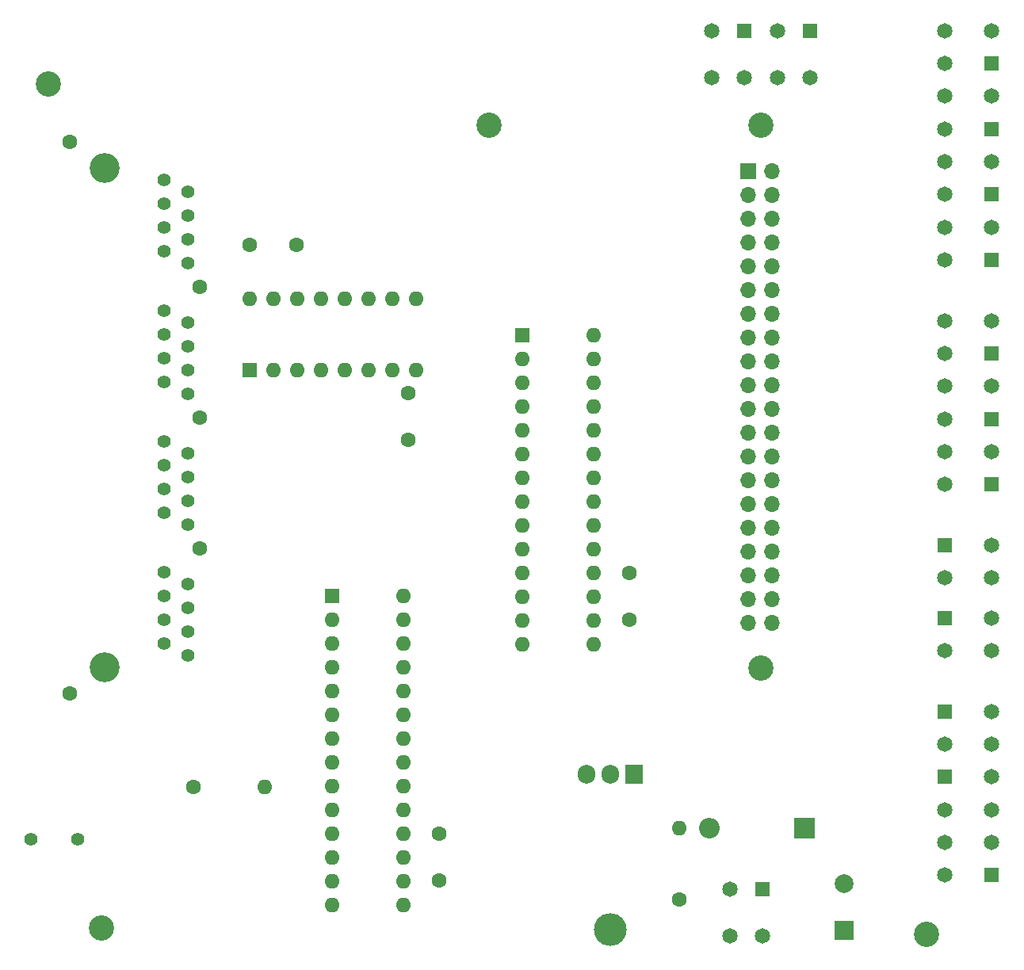
<source format=gbr>
%TF.GenerationSoftware,KiCad,Pcbnew,7.0.2-0*%
%TF.CreationDate,2023-05-02T13:55:30-04:00*%
%TF.ProjectId,SATS,53415453-2e6b-4696-9361-645f70636258,rev?*%
%TF.SameCoordinates,Original*%
%TF.FileFunction,Soldermask,Bot*%
%TF.FilePolarity,Negative*%
%FSLAX46Y46*%
G04 Gerber Fmt 4.6, Leading zero omitted, Abs format (unit mm)*
G04 Created by KiCad (PCBNEW 7.0.2-0) date 2023-05-02 13:55:30*
%MOMM*%
%LPD*%
G01*
G04 APERTURE LIST*
%ADD10C,2.700000*%
%ADD11R,1.650000X1.650000*%
%ADD12C,1.650000*%
%ADD13R,1.600000X1.600000*%
%ADD14O,1.600000X1.600000*%
%ADD15C,1.600200*%
%ADD16C,3.200400*%
%ADD17C,1.397000*%
%ADD18C,1.600000*%
%ADD19R,2.000000X2.000000*%
%ADD20C,2.000000*%
%ADD21C,1.400000*%
%ADD22R,2.200000X2.200000*%
%ADD23O,2.200000X2.200000*%
%ADD24O,3.500000X3.500000*%
%ADD25R,1.905000X2.000000*%
%ADD26O,1.905000X2.000000*%
%ADD27R,1.700000X1.700000*%
%ADD28O,1.700000X1.700000*%
G04 APERTURE END LIST*
D10*
%TO.C,H6*%
X53949600Y-54000400D03*
%TD*%
D11*
%TO.C,J14*%
X154700000Y-138500000D03*
D12*
X154700000Y-135000000D03*
X149700000Y-135000000D03*
X149700000Y-138500000D03*
%TD*%
%TO.C,SW2*%
X149750000Y-86250000D03*
X154750000Y-86250000D03*
X149750000Y-89750000D03*
D11*
X154750000Y-89750000D03*
%TD*%
D13*
%TO.C,U2*%
X84328000Y-108632000D03*
D14*
X84328000Y-111172000D03*
X84328000Y-113712000D03*
X84328000Y-116252000D03*
X84328000Y-118792000D03*
X84328000Y-121332000D03*
X84328000Y-123872000D03*
X84328000Y-126412000D03*
X84328000Y-128952000D03*
X84328000Y-131492000D03*
X84328000Y-134032000D03*
X84328000Y-136572000D03*
X84328000Y-139112000D03*
X84328000Y-141652000D03*
X91948000Y-141652000D03*
X91948000Y-139112000D03*
X91948000Y-136572000D03*
X91948000Y-134032000D03*
X91948000Y-131492000D03*
X91948000Y-128952000D03*
X91948000Y-126412000D03*
X91948000Y-123872000D03*
X91948000Y-121332000D03*
X91948000Y-118792000D03*
X91948000Y-116252000D03*
X91948000Y-113712000D03*
X91948000Y-111172000D03*
X91948000Y-108632000D03*
%TD*%
D15*
%TO.C,J2*%
X56277406Y-60181400D03*
D16*
X59960406Y-62950000D03*
D15*
X70120406Y-75650000D03*
X70120406Y-89620000D03*
X70120406Y-103590000D03*
D16*
X59960406Y-116290000D03*
D15*
X56277406Y-119058600D03*
D17*
X66310406Y-64220000D03*
X68850406Y-65490000D03*
X66310406Y-66760000D03*
X68850406Y-68030000D03*
X66310406Y-69300000D03*
X68850406Y-70570000D03*
X66310406Y-71840000D03*
X68850406Y-73110000D03*
X66310406Y-78190000D03*
X68850406Y-79460000D03*
X66310406Y-80730000D03*
X68850406Y-82000000D03*
X66310406Y-83270000D03*
X68850406Y-84540000D03*
X66310406Y-85810000D03*
X68850406Y-87080000D03*
X66310406Y-92160000D03*
X68850406Y-93430000D03*
X66310406Y-94700000D03*
X68850406Y-95970000D03*
X66310406Y-97240000D03*
X68850406Y-98510000D03*
X66310406Y-99780000D03*
X68850406Y-101050000D03*
X66310406Y-106130000D03*
X68850406Y-107400000D03*
X66310406Y-108670000D03*
X68850406Y-109940000D03*
X66310406Y-111210000D03*
X68850406Y-112480000D03*
X66310406Y-113750000D03*
X68850406Y-115020000D03*
%TD*%
D10*
%TO.C,H5*%
X147800000Y-144800000D03*
%TD*%
%TO.C,H1*%
X130068000Y-58346000D03*
%TD*%
D12*
%TO.C,J11*%
X154700000Y-114500000D03*
X149700000Y-114500000D03*
X154700000Y-111000000D03*
D11*
X149700000Y-111000000D03*
%TD*%
D12*
%TO.C,SW1*%
X149750000Y-79250000D03*
X154750000Y-79250000D03*
X149750000Y-82750000D03*
D11*
X154750000Y-82750000D03*
%TD*%
D18*
%TO.C,C4*%
X92456000Y-86948000D03*
X92456000Y-91948000D03*
%TD*%
D11*
%TO.C,L1*%
X130274000Y-139953000D03*
D12*
X130274000Y-144953000D03*
X126774000Y-139953000D03*
X126774000Y-144953000D03*
%TD*%
D13*
%TO.C,U3*%
X75453000Y-84495800D03*
D14*
X77993000Y-84495800D03*
X80533000Y-84495800D03*
X83073000Y-84495800D03*
X85613000Y-84495800D03*
X88153000Y-84495800D03*
X90693000Y-84495800D03*
X93233000Y-84495800D03*
X93233000Y-76875800D03*
X90693000Y-76875800D03*
X88153000Y-76875800D03*
X85613000Y-76875800D03*
X83073000Y-76875800D03*
X80533000Y-76875800D03*
X77993000Y-76875800D03*
X75453000Y-76875800D03*
%TD*%
D11*
%TO.C,J4*%
X135354000Y-48300000D03*
D12*
X135354000Y-53300000D03*
X131854000Y-48300000D03*
X131854000Y-53300000D03*
%TD*%
D19*
%TO.C,C5*%
X138950000Y-144367677D03*
D20*
X138950000Y-139367677D03*
%TD*%
D12*
%TO.C,J10*%
X154700000Y-106750000D03*
X149700000Y-106750000D03*
X154700000Y-103250000D03*
D11*
X149700000Y-103250000D03*
%TD*%
D12*
%TO.C,SW3*%
X149750000Y-93250000D03*
X154750000Y-93250000D03*
X149750000Y-96750000D03*
D11*
X154750000Y-96750000D03*
%TD*%
D18*
%TO.C,C2*%
X95758000Y-134032000D03*
X95758000Y-139032000D03*
%TD*%
D11*
%TO.C,J12*%
X149700000Y-121000000D03*
D12*
X154700000Y-121000000D03*
X149700000Y-124500000D03*
X154700000Y-124500000D03*
%TD*%
D11*
%TO.C,J6*%
X154750000Y-72750000D03*
D12*
X149750000Y-72750000D03*
X154750000Y-69250000D03*
X149750000Y-69250000D03*
%TD*%
D18*
%TO.C,C1*%
X116078000Y-106172000D03*
X116078000Y-111172000D03*
%TD*%
D11*
%TO.C,J9*%
X154750000Y-51750000D03*
D12*
X149750000Y-51750000D03*
X154750000Y-48250000D03*
X149750000Y-48250000D03*
%TD*%
D11*
%TO.C,J8*%
X154750000Y-58750000D03*
D12*
X149750000Y-58750000D03*
X154750000Y-55250000D03*
X149750000Y-55250000D03*
%TD*%
D21*
%TO.C,J3*%
X52118000Y-134620000D03*
X57118000Y-134620000D03*
%TD*%
D10*
%TO.C,H4*%
X59690000Y-144145000D03*
%TD*%
%TO.C,H2*%
X130068000Y-116346000D03*
%TD*%
D22*
%TO.C,D1*%
X134747000Y-133477000D03*
D23*
X124587000Y-133477000D03*
%TD*%
D18*
%TO.C,C3*%
X75478000Y-71120000D03*
X80478000Y-71120000D03*
%TD*%
D13*
%TO.C,U1*%
X104648000Y-80772000D03*
D14*
X104648000Y-83312000D03*
X104648000Y-85852000D03*
X104648000Y-88392000D03*
X104648000Y-90932000D03*
X104648000Y-93472000D03*
X104648000Y-96012000D03*
X104648000Y-98552000D03*
X104648000Y-101092000D03*
X104648000Y-103632000D03*
X104648000Y-106172000D03*
X104648000Y-108712000D03*
X104648000Y-111252000D03*
X104648000Y-113792000D03*
X112268000Y-113792000D03*
X112268000Y-111252000D03*
X112268000Y-108712000D03*
X112268000Y-106172000D03*
X112268000Y-103632000D03*
X112268000Y-101092000D03*
X112268000Y-98552000D03*
X112268000Y-96012000D03*
X112268000Y-93472000D03*
X112268000Y-90932000D03*
X112268000Y-88392000D03*
X112268000Y-85852000D03*
X112268000Y-83312000D03*
X112268000Y-80772000D03*
%TD*%
D24*
%TO.C,U4*%
X114046000Y-144336000D03*
D25*
X116586000Y-127676000D03*
D26*
X114046000Y-127676000D03*
X111506000Y-127676000D03*
%TD*%
D11*
%TO.C,J7*%
X154749998Y-65750000D03*
D12*
X149749998Y-65750000D03*
X154749998Y-62250000D03*
X149749998Y-62250000D03*
%TD*%
D10*
%TO.C,H3*%
X101068000Y-58346000D03*
%TD*%
D18*
%TO.C,R1*%
X69469000Y-129032000D03*
D14*
X77089000Y-129032000D03*
%TD*%
D11*
%TO.C,J13*%
X149700000Y-128000000D03*
D12*
X154700000Y-128000000D03*
X149700000Y-131500000D03*
X154700000Y-131500000D03*
%TD*%
D18*
%TO.C,R2*%
X121400000Y-141100000D03*
D14*
X121400000Y-133480000D03*
%TD*%
D11*
%TO.C,J5*%
X128354000Y-48300000D03*
D12*
X128354000Y-53300000D03*
X124854000Y-48300000D03*
X124854000Y-53300000D03*
%TD*%
D27*
%TO.C,J1*%
X128778000Y-63246000D03*
D28*
X131318000Y-63246000D03*
X128778000Y-65786000D03*
X131318000Y-65786000D03*
X128778000Y-68326000D03*
X131318000Y-68326000D03*
X128778000Y-70866000D03*
X131318000Y-70866000D03*
X128778000Y-73406000D03*
X131318000Y-73406000D03*
X128778000Y-75946000D03*
X131318000Y-75946000D03*
X128778000Y-78486000D03*
X131318000Y-78486000D03*
X128778000Y-81026000D03*
X131318000Y-81026000D03*
X128778000Y-83566000D03*
X131318000Y-83566000D03*
X128778000Y-86106000D03*
X131318000Y-86106000D03*
X128778000Y-88646000D03*
X131318000Y-88646000D03*
X128778000Y-91186000D03*
X131318000Y-91186000D03*
X128778000Y-93726000D03*
X131318000Y-93726000D03*
X128778000Y-96266000D03*
X131318000Y-96266000D03*
X128778000Y-98806000D03*
X131318000Y-98806000D03*
X128778000Y-101346000D03*
X131318000Y-101346000D03*
X128778000Y-103886000D03*
X131318000Y-103886000D03*
X128778000Y-106426000D03*
X131318000Y-106426000D03*
X128778000Y-108966000D03*
X131318000Y-108966000D03*
X128778000Y-111506000D03*
X131318000Y-111506000D03*
%TD*%
M02*

</source>
